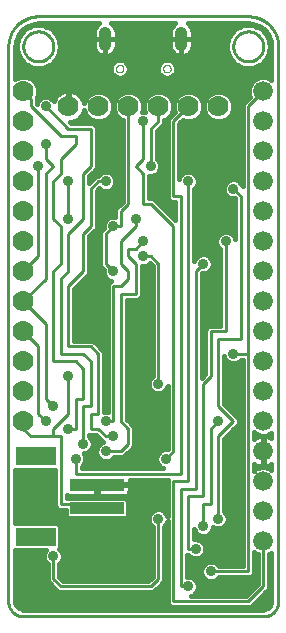
<source format=gbl>
G75*
%MOIN*%
%OFA0B0*%
%FSLAX25Y25*%
%IPPOS*%
%LPD*%
%AMOC8*
5,1,8,0,0,1.08239X$1,22.5*
%
%ADD10C,0.01000*%
%ADD11C,0.07000*%
%ADD12C,0.04000*%
%ADD13C,0.00000*%
%ADD14R,0.18110X0.03937*%
%ADD15R,0.13386X0.06299*%
%ADD16C,0.06600*%
%ADD17C,0.01600*%
%ADD18C,0.03562*%
D10*
X0006800Y0021144D02*
X0086800Y0021144D01*
X0086940Y0021146D01*
X0087080Y0021152D01*
X0087220Y0021162D01*
X0087360Y0021175D01*
X0087499Y0021193D01*
X0087638Y0021215D01*
X0087775Y0021240D01*
X0087913Y0021269D01*
X0088049Y0021302D01*
X0088184Y0021339D01*
X0088318Y0021380D01*
X0088451Y0021425D01*
X0088583Y0021473D01*
X0088713Y0021525D01*
X0088842Y0021580D01*
X0088969Y0021639D01*
X0089095Y0021702D01*
X0089219Y0021768D01*
X0089340Y0021837D01*
X0089460Y0021910D01*
X0089578Y0021987D01*
X0089693Y0022066D01*
X0089807Y0022149D01*
X0089917Y0022235D01*
X0090026Y0022324D01*
X0090132Y0022416D01*
X0090235Y0022511D01*
X0090336Y0022608D01*
X0090433Y0022709D01*
X0090528Y0022812D01*
X0090620Y0022918D01*
X0090709Y0023027D01*
X0090795Y0023137D01*
X0090878Y0023251D01*
X0090957Y0023366D01*
X0091034Y0023484D01*
X0091107Y0023604D01*
X0091176Y0023725D01*
X0091242Y0023849D01*
X0091305Y0023975D01*
X0091364Y0024102D01*
X0091419Y0024231D01*
X0091471Y0024361D01*
X0091519Y0024493D01*
X0091564Y0024626D01*
X0091605Y0024760D01*
X0091642Y0024895D01*
X0091675Y0025031D01*
X0091704Y0025169D01*
X0091729Y0025306D01*
X0091751Y0025445D01*
X0091769Y0025584D01*
X0091782Y0025724D01*
X0091792Y0025864D01*
X0091798Y0026004D01*
X0091800Y0026144D01*
X0091800Y0211144D01*
X0086800Y0196144D02*
X0081800Y0191144D01*
X0081800Y0108644D01*
X0076800Y0108644D01*
X0079300Y0113644D02*
X0079300Y0161144D01*
X0076800Y0163644D01*
X0074300Y0146144D02*
X0074300Y0116144D01*
X0069300Y0116144D01*
X0069300Y0101144D01*
X0066800Y0098644D01*
X0066800Y0061144D01*
X0061800Y0061144D01*
X0061800Y0043644D01*
X0064300Y0043644D01*
X0066800Y0051144D02*
X0066800Y0058644D01*
X0069300Y0058644D01*
X0069300Y0083644D01*
X0071800Y0086144D01*
X0071800Y0081144D02*
X0076800Y0086144D01*
X0071800Y0091144D01*
X0071800Y0113644D01*
X0079300Y0113644D01*
X0081800Y0108644D02*
X0081800Y0036144D01*
X0069300Y0036144D01*
X0061800Y0031144D02*
X0059300Y0031144D01*
X0059300Y0063644D01*
X0064300Y0063644D01*
X0064300Y0136144D01*
X0066800Y0138644D01*
X0059300Y0161144D02*
X0059300Y0068644D01*
X0024300Y0068644D01*
X0024300Y0073644D01*
X0026800Y0078644D02*
X0026800Y0091144D01*
X0029300Y0091144D01*
X0029300Y0106144D01*
X0026800Y0108644D01*
X0019300Y0108644D01*
X0019300Y0133644D01*
X0021800Y0136144D01*
X0021800Y0148644D01*
X0026800Y0153644D01*
X0026800Y0168644D01*
X0029300Y0171144D01*
X0029300Y0183644D01*
X0021800Y0183644D01*
X0014300Y0191144D01*
X0009300Y0191144D02*
X0019300Y0181144D01*
X0024300Y0181144D01*
X0024300Y0178644D01*
X0019300Y0173644D01*
X0019300Y0168644D01*
X0016800Y0166144D01*
X0016800Y0153644D01*
X0019300Y0151144D01*
X0019300Y0138644D01*
X0016800Y0136144D01*
X0016800Y0106144D01*
X0024300Y0106144D01*
X0026800Y0103644D01*
X0026800Y0093644D01*
X0024300Y0093644D01*
X0024300Y0083644D01*
X0021800Y0083644D01*
X0021800Y0088644D02*
X0016800Y0083644D01*
X0016800Y0081144D01*
X0009300Y0081144D01*
X0006800Y0083644D01*
X0006800Y0086144D01*
X0011800Y0088644D02*
X0011800Y0111144D01*
X0006800Y0116144D01*
X0014300Y0118644D02*
X0006800Y0126144D01*
X0014300Y0133644D01*
X0014300Y0168644D01*
X0016800Y0171144D01*
X0014300Y0173644D01*
X0014300Y0178644D01*
X0011800Y0171144D02*
X0011800Y0141144D01*
X0006800Y0136144D01*
X0014300Y0118644D02*
X0014300Y0093644D01*
X0016800Y0091144D01*
X0014300Y0086144D02*
X0011800Y0088644D01*
X0016800Y0081144D02*
X0019300Y0081144D01*
X0019300Y0058644D01*
X0029930Y0058644D01*
X0031367Y0057207D01*
X0034300Y0076144D02*
X0039300Y0076144D01*
X0041800Y0078644D01*
X0041800Y0083644D01*
X0039300Y0086144D01*
X0039300Y0128644D01*
X0044300Y0128644D01*
X0044300Y0138644D01*
X0041800Y0141144D01*
X0041800Y0143644D01*
X0044300Y0143644D01*
X0046800Y0146144D01*
X0046800Y0141144D02*
X0049300Y0141144D01*
X0051800Y0138644D01*
X0051800Y0098644D01*
X0056800Y0076144D02*
X0054300Y0073644D01*
X0056800Y0076144D02*
X0056800Y0151144D01*
X0049300Y0158644D01*
X0046800Y0158644D01*
X0046800Y0168644D01*
X0044300Y0171144D01*
X0046800Y0173644D01*
X0046800Y0186144D01*
X0049300Y0183644D02*
X0049300Y0171144D01*
X0049300Y0183644D02*
X0051800Y0186144D01*
X0051800Y0191144D01*
X0056800Y0186144D02*
X0056800Y0161144D01*
X0059300Y0161144D01*
X0061800Y0166144D02*
X0061800Y0066144D01*
X0056800Y0066144D01*
X0056800Y0026144D01*
X0081800Y0026144D01*
X0086800Y0031144D01*
X0086800Y0046144D01*
X0071800Y0053644D02*
X0071800Y0081144D01*
X0051800Y0053644D02*
X0051800Y0033644D01*
X0049300Y0031144D01*
X0019300Y0031144D01*
X0016800Y0033644D01*
X0016800Y0041144D01*
X0001800Y0026144D02*
X0001802Y0026004D01*
X0001808Y0025864D01*
X0001818Y0025724D01*
X0001831Y0025584D01*
X0001849Y0025445D01*
X0001871Y0025306D01*
X0001896Y0025169D01*
X0001925Y0025031D01*
X0001958Y0024895D01*
X0001995Y0024760D01*
X0002036Y0024626D01*
X0002081Y0024493D01*
X0002129Y0024361D01*
X0002181Y0024231D01*
X0002236Y0024102D01*
X0002295Y0023975D01*
X0002358Y0023849D01*
X0002424Y0023725D01*
X0002493Y0023604D01*
X0002566Y0023484D01*
X0002643Y0023366D01*
X0002722Y0023251D01*
X0002805Y0023137D01*
X0002891Y0023027D01*
X0002980Y0022918D01*
X0003072Y0022812D01*
X0003167Y0022709D01*
X0003264Y0022608D01*
X0003365Y0022511D01*
X0003468Y0022416D01*
X0003574Y0022324D01*
X0003683Y0022235D01*
X0003793Y0022149D01*
X0003907Y0022066D01*
X0004022Y0021987D01*
X0004140Y0021910D01*
X0004260Y0021837D01*
X0004381Y0021768D01*
X0004505Y0021702D01*
X0004631Y0021639D01*
X0004758Y0021580D01*
X0004887Y0021525D01*
X0005017Y0021473D01*
X0005149Y0021425D01*
X0005282Y0021380D01*
X0005416Y0021339D01*
X0005551Y0021302D01*
X0005687Y0021269D01*
X0005825Y0021240D01*
X0005962Y0021215D01*
X0006101Y0021193D01*
X0006240Y0021175D01*
X0006380Y0021162D01*
X0006520Y0021152D01*
X0006660Y0021146D01*
X0006800Y0021144D01*
X0001800Y0026144D02*
X0001800Y0211144D01*
X0006800Y0196144D02*
X0009300Y0193644D01*
X0009300Y0191144D01*
X0006800Y0211144D02*
X0006802Y0211285D01*
X0006808Y0211426D01*
X0006818Y0211566D01*
X0006832Y0211706D01*
X0006850Y0211846D01*
X0006871Y0211985D01*
X0006897Y0212124D01*
X0006926Y0212262D01*
X0006960Y0212398D01*
X0006997Y0212534D01*
X0007038Y0212669D01*
X0007083Y0212803D01*
X0007132Y0212935D01*
X0007184Y0213066D01*
X0007240Y0213195D01*
X0007300Y0213322D01*
X0007363Y0213448D01*
X0007429Y0213572D01*
X0007500Y0213695D01*
X0007573Y0213815D01*
X0007650Y0213933D01*
X0007730Y0214049D01*
X0007814Y0214162D01*
X0007900Y0214273D01*
X0007990Y0214382D01*
X0008083Y0214488D01*
X0008178Y0214591D01*
X0008277Y0214692D01*
X0008378Y0214790D01*
X0008482Y0214885D01*
X0008589Y0214977D01*
X0008698Y0215066D01*
X0008810Y0215151D01*
X0008924Y0215234D01*
X0009040Y0215314D01*
X0009159Y0215390D01*
X0009280Y0215462D01*
X0009402Y0215532D01*
X0009527Y0215597D01*
X0009653Y0215660D01*
X0009781Y0215718D01*
X0009911Y0215773D01*
X0010042Y0215825D01*
X0010175Y0215872D01*
X0010309Y0215916D01*
X0010444Y0215957D01*
X0010580Y0215993D01*
X0010717Y0216025D01*
X0010855Y0216054D01*
X0010993Y0216079D01*
X0011133Y0216099D01*
X0011273Y0216116D01*
X0011413Y0216129D01*
X0011554Y0216138D01*
X0011694Y0216143D01*
X0011835Y0216144D01*
X0011976Y0216141D01*
X0012117Y0216134D01*
X0012257Y0216123D01*
X0012397Y0216108D01*
X0012537Y0216089D01*
X0012676Y0216067D01*
X0012814Y0216040D01*
X0012952Y0216010D01*
X0013088Y0215975D01*
X0013224Y0215937D01*
X0013358Y0215895D01*
X0013492Y0215849D01*
X0013624Y0215800D01*
X0013754Y0215746D01*
X0013883Y0215689D01*
X0014010Y0215629D01*
X0014136Y0215565D01*
X0014259Y0215497D01*
X0014381Y0215426D01*
X0014501Y0215352D01*
X0014618Y0215274D01*
X0014733Y0215193D01*
X0014846Y0215109D01*
X0014957Y0215022D01*
X0015065Y0214931D01*
X0015170Y0214838D01*
X0015273Y0214741D01*
X0015373Y0214642D01*
X0015470Y0214540D01*
X0015564Y0214435D01*
X0015655Y0214328D01*
X0015743Y0214218D01*
X0015828Y0214106D01*
X0015910Y0213991D01*
X0015989Y0213874D01*
X0016064Y0213755D01*
X0016136Y0213634D01*
X0016204Y0213511D01*
X0016269Y0213386D01*
X0016331Y0213259D01*
X0016388Y0213130D01*
X0016443Y0213000D01*
X0016493Y0212869D01*
X0016540Y0212736D01*
X0016583Y0212602D01*
X0016622Y0212466D01*
X0016657Y0212330D01*
X0016689Y0212193D01*
X0016716Y0212055D01*
X0016740Y0211916D01*
X0016760Y0211776D01*
X0016776Y0211636D01*
X0016788Y0211496D01*
X0016796Y0211355D01*
X0016800Y0211214D01*
X0016800Y0211074D01*
X0016796Y0210933D01*
X0016788Y0210792D01*
X0016776Y0210652D01*
X0016760Y0210512D01*
X0016740Y0210372D01*
X0016716Y0210233D01*
X0016689Y0210095D01*
X0016657Y0209958D01*
X0016622Y0209822D01*
X0016583Y0209686D01*
X0016540Y0209552D01*
X0016493Y0209419D01*
X0016443Y0209288D01*
X0016388Y0209158D01*
X0016331Y0209029D01*
X0016269Y0208902D01*
X0016204Y0208777D01*
X0016136Y0208654D01*
X0016064Y0208533D01*
X0015989Y0208414D01*
X0015910Y0208297D01*
X0015828Y0208182D01*
X0015743Y0208070D01*
X0015655Y0207960D01*
X0015564Y0207853D01*
X0015470Y0207748D01*
X0015373Y0207646D01*
X0015273Y0207547D01*
X0015170Y0207450D01*
X0015065Y0207357D01*
X0014957Y0207266D01*
X0014846Y0207179D01*
X0014733Y0207095D01*
X0014618Y0207014D01*
X0014501Y0206936D01*
X0014381Y0206862D01*
X0014259Y0206791D01*
X0014136Y0206723D01*
X0014010Y0206659D01*
X0013883Y0206599D01*
X0013754Y0206542D01*
X0013624Y0206488D01*
X0013492Y0206439D01*
X0013358Y0206393D01*
X0013224Y0206351D01*
X0013088Y0206313D01*
X0012952Y0206278D01*
X0012814Y0206248D01*
X0012676Y0206221D01*
X0012537Y0206199D01*
X0012397Y0206180D01*
X0012257Y0206165D01*
X0012117Y0206154D01*
X0011976Y0206147D01*
X0011835Y0206144D01*
X0011694Y0206145D01*
X0011554Y0206150D01*
X0011413Y0206159D01*
X0011273Y0206172D01*
X0011133Y0206189D01*
X0010993Y0206209D01*
X0010855Y0206234D01*
X0010717Y0206263D01*
X0010580Y0206295D01*
X0010444Y0206331D01*
X0010309Y0206372D01*
X0010175Y0206416D01*
X0010042Y0206463D01*
X0009911Y0206515D01*
X0009781Y0206570D01*
X0009653Y0206628D01*
X0009527Y0206691D01*
X0009402Y0206756D01*
X0009280Y0206826D01*
X0009159Y0206898D01*
X0009040Y0206974D01*
X0008924Y0207054D01*
X0008810Y0207137D01*
X0008698Y0207222D01*
X0008589Y0207311D01*
X0008482Y0207403D01*
X0008378Y0207498D01*
X0008277Y0207596D01*
X0008178Y0207697D01*
X0008083Y0207800D01*
X0007990Y0207906D01*
X0007900Y0208015D01*
X0007814Y0208126D01*
X0007730Y0208239D01*
X0007650Y0208355D01*
X0007573Y0208473D01*
X0007500Y0208593D01*
X0007429Y0208716D01*
X0007363Y0208840D01*
X0007300Y0208966D01*
X0007240Y0209093D01*
X0007184Y0209222D01*
X0007132Y0209353D01*
X0007083Y0209485D01*
X0007038Y0209619D01*
X0006997Y0209754D01*
X0006960Y0209890D01*
X0006926Y0210026D01*
X0006897Y0210164D01*
X0006871Y0210303D01*
X0006850Y0210442D01*
X0006832Y0210582D01*
X0006818Y0210722D01*
X0006808Y0210862D01*
X0006802Y0211003D01*
X0006800Y0211144D01*
X0001800Y0211144D02*
X0001803Y0211386D01*
X0001812Y0211627D01*
X0001826Y0211868D01*
X0001847Y0212109D01*
X0001873Y0212349D01*
X0001905Y0212589D01*
X0001943Y0212828D01*
X0001986Y0213065D01*
X0002036Y0213302D01*
X0002091Y0213537D01*
X0002151Y0213771D01*
X0002218Y0214003D01*
X0002289Y0214234D01*
X0002367Y0214463D01*
X0002450Y0214690D01*
X0002538Y0214915D01*
X0002632Y0215138D01*
X0002731Y0215358D01*
X0002836Y0215576D01*
X0002945Y0215791D01*
X0003060Y0216004D01*
X0003180Y0216214D01*
X0003305Y0216420D01*
X0003435Y0216624D01*
X0003570Y0216825D01*
X0003710Y0217022D01*
X0003854Y0217216D01*
X0004003Y0217406D01*
X0004157Y0217592D01*
X0004315Y0217775D01*
X0004477Y0217954D01*
X0004644Y0218129D01*
X0004815Y0218300D01*
X0004990Y0218467D01*
X0005169Y0218629D01*
X0005352Y0218787D01*
X0005538Y0218941D01*
X0005728Y0219090D01*
X0005922Y0219234D01*
X0006119Y0219374D01*
X0006320Y0219509D01*
X0006524Y0219639D01*
X0006730Y0219764D01*
X0006940Y0219884D01*
X0007153Y0219999D01*
X0007368Y0220108D01*
X0007586Y0220213D01*
X0007806Y0220312D01*
X0008029Y0220406D01*
X0008254Y0220494D01*
X0008481Y0220577D01*
X0008710Y0220655D01*
X0008941Y0220726D01*
X0009173Y0220793D01*
X0009407Y0220853D01*
X0009642Y0220908D01*
X0009879Y0220958D01*
X0010116Y0221001D01*
X0010355Y0221039D01*
X0010595Y0221071D01*
X0010835Y0221097D01*
X0011076Y0221118D01*
X0011317Y0221132D01*
X0011558Y0221141D01*
X0011800Y0221144D01*
X0081800Y0221144D01*
X0076800Y0211144D02*
X0076802Y0211285D01*
X0076808Y0211426D01*
X0076818Y0211566D01*
X0076832Y0211706D01*
X0076850Y0211846D01*
X0076871Y0211985D01*
X0076897Y0212124D01*
X0076926Y0212262D01*
X0076960Y0212398D01*
X0076997Y0212534D01*
X0077038Y0212669D01*
X0077083Y0212803D01*
X0077132Y0212935D01*
X0077184Y0213066D01*
X0077240Y0213195D01*
X0077300Y0213322D01*
X0077363Y0213448D01*
X0077429Y0213572D01*
X0077500Y0213695D01*
X0077573Y0213815D01*
X0077650Y0213933D01*
X0077730Y0214049D01*
X0077814Y0214162D01*
X0077900Y0214273D01*
X0077990Y0214382D01*
X0078083Y0214488D01*
X0078178Y0214591D01*
X0078277Y0214692D01*
X0078378Y0214790D01*
X0078482Y0214885D01*
X0078589Y0214977D01*
X0078698Y0215066D01*
X0078810Y0215151D01*
X0078924Y0215234D01*
X0079040Y0215314D01*
X0079159Y0215390D01*
X0079280Y0215462D01*
X0079402Y0215532D01*
X0079527Y0215597D01*
X0079653Y0215660D01*
X0079781Y0215718D01*
X0079911Y0215773D01*
X0080042Y0215825D01*
X0080175Y0215872D01*
X0080309Y0215916D01*
X0080444Y0215957D01*
X0080580Y0215993D01*
X0080717Y0216025D01*
X0080855Y0216054D01*
X0080993Y0216079D01*
X0081133Y0216099D01*
X0081273Y0216116D01*
X0081413Y0216129D01*
X0081554Y0216138D01*
X0081694Y0216143D01*
X0081835Y0216144D01*
X0081976Y0216141D01*
X0082117Y0216134D01*
X0082257Y0216123D01*
X0082397Y0216108D01*
X0082537Y0216089D01*
X0082676Y0216067D01*
X0082814Y0216040D01*
X0082952Y0216010D01*
X0083088Y0215975D01*
X0083224Y0215937D01*
X0083358Y0215895D01*
X0083492Y0215849D01*
X0083624Y0215800D01*
X0083754Y0215746D01*
X0083883Y0215689D01*
X0084010Y0215629D01*
X0084136Y0215565D01*
X0084259Y0215497D01*
X0084381Y0215426D01*
X0084501Y0215352D01*
X0084618Y0215274D01*
X0084733Y0215193D01*
X0084846Y0215109D01*
X0084957Y0215022D01*
X0085065Y0214931D01*
X0085170Y0214838D01*
X0085273Y0214741D01*
X0085373Y0214642D01*
X0085470Y0214540D01*
X0085564Y0214435D01*
X0085655Y0214328D01*
X0085743Y0214218D01*
X0085828Y0214106D01*
X0085910Y0213991D01*
X0085989Y0213874D01*
X0086064Y0213755D01*
X0086136Y0213634D01*
X0086204Y0213511D01*
X0086269Y0213386D01*
X0086331Y0213259D01*
X0086388Y0213130D01*
X0086443Y0213000D01*
X0086493Y0212869D01*
X0086540Y0212736D01*
X0086583Y0212602D01*
X0086622Y0212466D01*
X0086657Y0212330D01*
X0086689Y0212193D01*
X0086716Y0212055D01*
X0086740Y0211916D01*
X0086760Y0211776D01*
X0086776Y0211636D01*
X0086788Y0211496D01*
X0086796Y0211355D01*
X0086800Y0211214D01*
X0086800Y0211074D01*
X0086796Y0210933D01*
X0086788Y0210792D01*
X0086776Y0210652D01*
X0086760Y0210512D01*
X0086740Y0210372D01*
X0086716Y0210233D01*
X0086689Y0210095D01*
X0086657Y0209958D01*
X0086622Y0209822D01*
X0086583Y0209686D01*
X0086540Y0209552D01*
X0086493Y0209419D01*
X0086443Y0209288D01*
X0086388Y0209158D01*
X0086331Y0209029D01*
X0086269Y0208902D01*
X0086204Y0208777D01*
X0086136Y0208654D01*
X0086064Y0208533D01*
X0085989Y0208414D01*
X0085910Y0208297D01*
X0085828Y0208182D01*
X0085743Y0208070D01*
X0085655Y0207960D01*
X0085564Y0207853D01*
X0085470Y0207748D01*
X0085373Y0207646D01*
X0085273Y0207547D01*
X0085170Y0207450D01*
X0085065Y0207357D01*
X0084957Y0207266D01*
X0084846Y0207179D01*
X0084733Y0207095D01*
X0084618Y0207014D01*
X0084501Y0206936D01*
X0084381Y0206862D01*
X0084259Y0206791D01*
X0084136Y0206723D01*
X0084010Y0206659D01*
X0083883Y0206599D01*
X0083754Y0206542D01*
X0083624Y0206488D01*
X0083492Y0206439D01*
X0083358Y0206393D01*
X0083224Y0206351D01*
X0083088Y0206313D01*
X0082952Y0206278D01*
X0082814Y0206248D01*
X0082676Y0206221D01*
X0082537Y0206199D01*
X0082397Y0206180D01*
X0082257Y0206165D01*
X0082117Y0206154D01*
X0081976Y0206147D01*
X0081835Y0206144D01*
X0081694Y0206145D01*
X0081554Y0206150D01*
X0081413Y0206159D01*
X0081273Y0206172D01*
X0081133Y0206189D01*
X0080993Y0206209D01*
X0080855Y0206234D01*
X0080717Y0206263D01*
X0080580Y0206295D01*
X0080444Y0206331D01*
X0080309Y0206372D01*
X0080175Y0206416D01*
X0080042Y0206463D01*
X0079911Y0206515D01*
X0079781Y0206570D01*
X0079653Y0206628D01*
X0079527Y0206691D01*
X0079402Y0206756D01*
X0079280Y0206826D01*
X0079159Y0206898D01*
X0079040Y0206974D01*
X0078924Y0207054D01*
X0078810Y0207137D01*
X0078698Y0207222D01*
X0078589Y0207311D01*
X0078482Y0207403D01*
X0078378Y0207498D01*
X0078277Y0207596D01*
X0078178Y0207697D01*
X0078083Y0207800D01*
X0077990Y0207906D01*
X0077900Y0208015D01*
X0077814Y0208126D01*
X0077730Y0208239D01*
X0077650Y0208355D01*
X0077573Y0208473D01*
X0077500Y0208593D01*
X0077429Y0208716D01*
X0077363Y0208840D01*
X0077300Y0208966D01*
X0077240Y0209093D01*
X0077184Y0209222D01*
X0077132Y0209353D01*
X0077083Y0209485D01*
X0077038Y0209619D01*
X0076997Y0209754D01*
X0076960Y0209890D01*
X0076926Y0210026D01*
X0076897Y0210164D01*
X0076871Y0210303D01*
X0076850Y0210442D01*
X0076832Y0210582D01*
X0076818Y0210722D01*
X0076808Y0210862D01*
X0076802Y0211003D01*
X0076800Y0211144D01*
X0081800Y0221144D02*
X0082042Y0221141D01*
X0082283Y0221132D01*
X0082524Y0221118D01*
X0082765Y0221097D01*
X0083005Y0221071D01*
X0083245Y0221039D01*
X0083484Y0221001D01*
X0083721Y0220958D01*
X0083958Y0220908D01*
X0084193Y0220853D01*
X0084427Y0220793D01*
X0084659Y0220726D01*
X0084890Y0220655D01*
X0085119Y0220577D01*
X0085346Y0220494D01*
X0085571Y0220406D01*
X0085794Y0220312D01*
X0086014Y0220213D01*
X0086232Y0220108D01*
X0086447Y0219999D01*
X0086660Y0219884D01*
X0086870Y0219764D01*
X0087076Y0219639D01*
X0087280Y0219509D01*
X0087481Y0219374D01*
X0087678Y0219234D01*
X0087872Y0219090D01*
X0088062Y0218941D01*
X0088248Y0218787D01*
X0088431Y0218629D01*
X0088610Y0218467D01*
X0088785Y0218300D01*
X0088956Y0218129D01*
X0089123Y0217954D01*
X0089285Y0217775D01*
X0089443Y0217592D01*
X0089597Y0217406D01*
X0089746Y0217216D01*
X0089890Y0217022D01*
X0090030Y0216825D01*
X0090165Y0216624D01*
X0090295Y0216420D01*
X0090420Y0216214D01*
X0090540Y0216004D01*
X0090655Y0215791D01*
X0090764Y0215576D01*
X0090869Y0215358D01*
X0090968Y0215138D01*
X0091062Y0214915D01*
X0091150Y0214690D01*
X0091233Y0214463D01*
X0091311Y0214234D01*
X0091382Y0214003D01*
X0091449Y0213771D01*
X0091509Y0213537D01*
X0091564Y0213302D01*
X0091614Y0213065D01*
X0091657Y0212828D01*
X0091695Y0212589D01*
X0091727Y0212349D01*
X0091753Y0212109D01*
X0091774Y0211868D01*
X0091788Y0211627D01*
X0091797Y0211386D01*
X0091800Y0211144D01*
X0061800Y0191144D02*
X0056800Y0186144D01*
X0044300Y0153644D02*
X0044300Y0151144D01*
X0039300Y0146144D01*
X0039300Y0138644D01*
X0041800Y0136144D01*
X0041800Y0133644D01*
X0039300Y0131144D01*
X0036800Y0131144D01*
X0036800Y0086144D01*
X0034300Y0086144D01*
X0031800Y0083644D02*
X0034300Y0081144D01*
X0036800Y0081144D01*
X0031800Y0083644D02*
X0029300Y0083644D01*
X0029300Y0088644D01*
X0031800Y0088644D01*
X0031800Y0108644D01*
X0029300Y0111144D01*
X0021800Y0111144D01*
X0021800Y0131144D01*
X0026800Y0136144D01*
X0026800Y0148644D01*
X0029300Y0151144D01*
X0029300Y0163644D01*
X0031800Y0166144D01*
X0034300Y0166144D01*
X0041800Y0158644D02*
X0039300Y0156144D01*
X0039300Y0151144D01*
X0036800Y0151144D01*
X0034300Y0148644D01*
X0034300Y0138644D01*
X0036800Y0136144D01*
X0041800Y0158644D02*
X0041800Y0191144D01*
X0021800Y0166144D02*
X0021800Y0153644D01*
X0021800Y0101144D02*
X0021800Y0088644D01*
D11*
X0006800Y0086144D03*
X0006800Y0096144D03*
X0006800Y0106144D03*
X0006800Y0116144D03*
X0006800Y0126144D03*
X0006800Y0136144D03*
X0006800Y0146144D03*
X0006800Y0156144D03*
X0006800Y0166144D03*
X0006800Y0176144D03*
X0006800Y0186144D03*
X0006800Y0196144D03*
X0021800Y0191144D03*
X0031800Y0191144D03*
X0041800Y0191144D03*
X0051800Y0191144D03*
X0061800Y0191144D03*
X0071800Y0191144D03*
D12*
X0059500Y0211644D02*
X0059500Y0215644D01*
X0034100Y0215644D02*
X0034100Y0211644D01*
D13*
X0037676Y0203703D02*
X0037678Y0203773D01*
X0037684Y0203843D01*
X0037694Y0203912D01*
X0037707Y0203981D01*
X0037725Y0204049D01*
X0037746Y0204116D01*
X0037771Y0204181D01*
X0037800Y0204245D01*
X0037832Y0204308D01*
X0037868Y0204368D01*
X0037907Y0204426D01*
X0037949Y0204482D01*
X0037994Y0204536D01*
X0038042Y0204587D01*
X0038093Y0204635D01*
X0038147Y0204680D01*
X0038203Y0204722D01*
X0038261Y0204761D01*
X0038321Y0204797D01*
X0038384Y0204829D01*
X0038448Y0204858D01*
X0038513Y0204883D01*
X0038580Y0204904D01*
X0038648Y0204922D01*
X0038717Y0204935D01*
X0038786Y0204945D01*
X0038856Y0204951D01*
X0038926Y0204953D01*
X0038996Y0204951D01*
X0039066Y0204945D01*
X0039135Y0204935D01*
X0039204Y0204922D01*
X0039272Y0204904D01*
X0039339Y0204883D01*
X0039404Y0204858D01*
X0039468Y0204829D01*
X0039531Y0204797D01*
X0039591Y0204761D01*
X0039649Y0204722D01*
X0039705Y0204680D01*
X0039759Y0204635D01*
X0039810Y0204587D01*
X0039858Y0204536D01*
X0039903Y0204482D01*
X0039945Y0204426D01*
X0039984Y0204368D01*
X0040020Y0204308D01*
X0040052Y0204245D01*
X0040081Y0204181D01*
X0040106Y0204116D01*
X0040127Y0204049D01*
X0040145Y0203981D01*
X0040158Y0203912D01*
X0040168Y0203843D01*
X0040174Y0203773D01*
X0040176Y0203703D01*
X0040174Y0203633D01*
X0040168Y0203563D01*
X0040158Y0203494D01*
X0040145Y0203425D01*
X0040127Y0203357D01*
X0040106Y0203290D01*
X0040081Y0203225D01*
X0040052Y0203161D01*
X0040020Y0203098D01*
X0039984Y0203038D01*
X0039945Y0202980D01*
X0039903Y0202924D01*
X0039858Y0202870D01*
X0039810Y0202819D01*
X0039759Y0202771D01*
X0039705Y0202726D01*
X0039649Y0202684D01*
X0039591Y0202645D01*
X0039531Y0202609D01*
X0039468Y0202577D01*
X0039404Y0202548D01*
X0039339Y0202523D01*
X0039272Y0202502D01*
X0039204Y0202484D01*
X0039135Y0202471D01*
X0039066Y0202461D01*
X0038996Y0202455D01*
X0038926Y0202453D01*
X0038856Y0202455D01*
X0038786Y0202461D01*
X0038717Y0202471D01*
X0038648Y0202484D01*
X0038580Y0202502D01*
X0038513Y0202523D01*
X0038448Y0202548D01*
X0038384Y0202577D01*
X0038321Y0202609D01*
X0038261Y0202645D01*
X0038203Y0202684D01*
X0038147Y0202726D01*
X0038093Y0202771D01*
X0038042Y0202819D01*
X0037994Y0202870D01*
X0037949Y0202924D01*
X0037907Y0202980D01*
X0037868Y0203038D01*
X0037832Y0203098D01*
X0037800Y0203161D01*
X0037771Y0203225D01*
X0037746Y0203290D01*
X0037725Y0203357D01*
X0037707Y0203425D01*
X0037694Y0203494D01*
X0037684Y0203563D01*
X0037678Y0203633D01*
X0037676Y0203703D01*
X0053424Y0203703D02*
X0053426Y0203773D01*
X0053432Y0203843D01*
X0053442Y0203912D01*
X0053455Y0203981D01*
X0053473Y0204049D01*
X0053494Y0204116D01*
X0053519Y0204181D01*
X0053548Y0204245D01*
X0053580Y0204308D01*
X0053616Y0204368D01*
X0053655Y0204426D01*
X0053697Y0204482D01*
X0053742Y0204536D01*
X0053790Y0204587D01*
X0053841Y0204635D01*
X0053895Y0204680D01*
X0053951Y0204722D01*
X0054009Y0204761D01*
X0054069Y0204797D01*
X0054132Y0204829D01*
X0054196Y0204858D01*
X0054261Y0204883D01*
X0054328Y0204904D01*
X0054396Y0204922D01*
X0054465Y0204935D01*
X0054534Y0204945D01*
X0054604Y0204951D01*
X0054674Y0204953D01*
X0054744Y0204951D01*
X0054814Y0204945D01*
X0054883Y0204935D01*
X0054952Y0204922D01*
X0055020Y0204904D01*
X0055087Y0204883D01*
X0055152Y0204858D01*
X0055216Y0204829D01*
X0055279Y0204797D01*
X0055339Y0204761D01*
X0055397Y0204722D01*
X0055453Y0204680D01*
X0055507Y0204635D01*
X0055558Y0204587D01*
X0055606Y0204536D01*
X0055651Y0204482D01*
X0055693Y0204426D01*
X0055732Y0204368D01*
X0055768Y0204308D01*
X0055800Y0204245D01*
X0055829Y0204181D01*
X0055854Y0204116D01*
X0055875Y0204049D01*
X0055893Y0203981D01*
X0055906Y0203912D01*
X0055916Y0203843D01*
X0055922Y0203773D01*
X0055924Y0203703D01*
X0055922Y0203633D01*
X0055916Y0203563D01*
X0055906Y0203494D01*
X0055893Y0203425D01*
X0055875Y0203357D01*
X0055854Y0203290D01*
X0055829Y0203225D01*
X0055800Y0203161D01*
X0055768Y0203098D01*
X0055732Y0203038D01*
X0055693Y0202980D01*
X0055651Y0202924D01*
X0055606Y0202870D01*
X0055558Y0202819D01*
X0055507Y0202771D01*
X0055453Y0202726D01*
X0055397Y0202684D01*
X0055339Y0202645D01*
X0055279Y0202609D01*
X0055216Y0202577D01*
X0055152Y0202548D01*
X0055087Y0202523D01*
X0055020Y0202502D01*
X0054952Y0202484D01*
X0054883Y0202471D01*
X0054814Y0202461D01*
X0054744Y0202455D01*
X0054674Y0202453D01*
X0054604Y0202455D01*
X0054534Y0202461D01*
X0054465Y0202471D01*
X0054396Y0202484D01*
X0054328Y0202502D01*
X0054261Y0202523D01*
X0054196Y0202548D01*
X0054132Y0202577D01*
X0054069Y0202609D01*
X0054009Y0202645D01*
X0053951Y0202684D01*
X0053895Y0202726D01*
X0053841Y0202771D01*
X0053790Y0202819D01*
X0053742Y0202870D01*
X0053697Y0202924D01*
X0053655Y0202980D01*
X0053616Y0203038D01*
X0053580Y0203098D01*
X0053548Y0203161D01*
X0053519Y0203225D01*
X0053494Y0203290D01*
X0053473Y0203357D01*
X0053455Y0203425D01*
X0053442Y0203494D01*
X0053432Y0203563D01*
X0053426Y0203633D01*
X0053424Y0203703D01*
D14*
X0031367Y0065081D03*
X0031367Y0057207D03*
D15*
X0010894Y0047758D03*
X0010894Y0074530D03*
D16*
X0086800Y0076144D03*
X0086800Y0086144D03*
X0086800Y0096144D03*
X0086800Y0106144D03*
X0086800Y0116144D03*
X0086800Y0126144D03*
X0086800Y0136144D03*
X0086800Y0146144D03*
X0086800Y0156144D03*
X0086800Y0166144D03*
X0086800Y0176144D03*
X0086800Y0186144D03*
X0086800Y0196144D03*
X0086800Y0066144D03*
X0086800Y0056144D03*
X0086800Y0046144D03*
D17*
X0084900Y0041844D02*
X0084900Y0031931D01*
X0081013Y0028044D01*
X0062629Y0028044D01*
X0063602Y0028447D01*
X0064497Y0029342D01*
X0064981Y0030511D01*
X0064981Y0031777D01*
X0064497Y0032946D01*
X0063602Y0033841D01*
X0062433Y0034325D01*
X0061200Y0034325D01*
X0061200Y0041744D01*
X0061701Y0041744D01*
X0062498Y0040947D01*
X0063667Y0040463D01*
X0064933Y0040463D01*
X0066102Y0040947D01*
X0066997Y0041842D01*
X0067481Y0043011D01*
X0067481Y0044277D01*
X0066997Y0045446D01*
X0066102Y0046341D01*
X0064933Y0046825D01*
X0063700Y0046825D01*
X0063700Y0050316D01*
X0064103Y0049342D01*
X0064998Y0048447D01*
X0066167Y0047963D01*
X0067433Y0047963D01*
X0068602Y0048447D01*
X0069497Y0049342D01*
X0069981Y0050511D01*
X0069981Y0050964D01*
X0069998Y0050947D01*
X0071167Y0050463D01*
X0072433Y0050463D01*
X0073602Y0050947D01*
X0074497Y0051842D01*
X0074981Y0053011D01*
X0074981Y0054277D01*
X0074497Y0055446D01*
X0073700Y0056243D01*
X0073700Y0080357D01*
X0077587Y0084244D01*
X0078700Y0085357D01*
X0078700Y0086931D01*
X0073700Y0091931D01*
X0073700Y0107816D01*
X0074103Y0106842D01*
X0074998Y0105947D01*
X0076167Y0105463D01*
X0077433Y0105463D01*
X0078602Y0105947D01*
X0079399Y0106744D01*
X0079900Y0106744D01*
X0079900Y0038044D01*
X0071899Y0038044D01*
X0071102Y0038841D01*
X0069933Y0039325D01*
X0068667Y0039325D01*
X0067498Y0038841D01*
X0066603Y0037946D01*
X0066119Y0036777D01*
X0066119Y0035511D01*
X0066603Y0034342D01*
X0067498Y0033447D01*
X0068667Y0032963D01*
X0069933Y0032963D01*
X0071102Y0033447D01*
X0071899Y0034244D01*
X0082587Y0034244D01*
X0083700Y0035357D01*
X0083700Y0042597D01*
X0084138Y0042160D01*
X0084900Y0041844D01*
X0084705Y0041925D02*
X0083700Y0041925D01*
X0083700Y0040326D02*
X0084900Y0040326D01*
X0084900Y0038728D02*
X0083700Y0038728D01*
X0083700Y0037129D02*
X0084900Y0037129D01*
X0084900Y0035531D02*
X0083700Y0035531D01*
X0084900Y0033932D02*
X0071587Y0033932D01*
X0071215Y0038728D02*
X0079900Y0038728D01*
X0079900Y0040326D02*
X0061200Y0040326D01*
X0061200Y0038728D02*
X0067385Y0038728D01*
X0066265Y0037129D02*
X0061200Y0037129D01*
X0061200Y0035531D02*
X0066119Y0035531D01*
X0067013Y0033932D02*
X0063382Y0033932D01*
X0064750Y0032334D02*
X0084900Y0032334D01*
X0083704Y0030735D02*
X0064981Y0030735D01*
X0064291Y0029137D02*
X0082106Y0029137D01*
X0082684Y0024341D02*
X0088742Y0024341D01*
X0089045Y0024644D02*
X0088300Y0023899D01*
X0087327Y0023496D01*
X0086800Y0023444D01*
X0006800Y0023444D01*
X0006273Y0023496D01*
X0005300Y0023899D01*
X0004555Y0024644D01*
X0004152Y0025617D01*
X0004100Y0026144D01*
X0004100Y0043209D01*
X0014366Y0043209D01*
X0014103Y0042946D01*
X0013619Y0041777D01*
X0013619Y0040511D01*
X0014103Y0039342D01*
X0014900Y0038545D01*
X0014900Y0032857D01*
X0017400Y0030357D01*
X0018513Y0029244D01*
X0050087Y0029244D01*
X0052587Y0031744D01*
X0053700Y0032857D01*
X0053700Y0051045D01*
X0054497Y0051842D01*
X0054900Y0052816D01*
X0054900Y0025357D01*
X0056013Y0024244D01*
X0082587Y0024244D01*
X0088700Y0030357D01*
X0088700Y0031931D01*
X0088700Y0041844D01*
X0089462Y0042160D01*
X0089500Y0042197D01*
X0089500Y0026144D01*
X0089448Y0025617D01*
X0089045Y0024644D01*
X0089480Y0025940D02*
X0084283Y0025940D01*
X0085881Y0027538D02*
X0089500Y0027538D01*
X0089500Y0029137D02*
X0087480Y0029137D01*
X0088700Y0030735D02*
X0089500Y0030735D01*
X0089500Y0032334D02*
X0088700Y0032334D01*
X0088700Y0033932D02*
X0089500Y0033932D01*
X0089500Y0035531D02*
X0088700Y0035531D01*
X0088700Y0037129D02*
X0089500Y0037129D01*
X0089500Y0038728D02*
X0088700Y0038728D01*
X0088700Y0040326D02*
X0089500Y0040326D01*
X0089500Y0041925D02*
X0088895Y0041925D01*
X0079900Y0041925D02*
X0067031Y0041925D01*
X0067481Y0043523D02*
X0079900Y0043523D01*
X0079900Y0045122D02*
X0067131Y0045122D01*
X0065186Y0046720D02*
X0079900Y0046720D01*
X0079900Y0048319D02*
X0068292Y0048319D01*
X0069735Y0049917D02*
X0079900Y0049917D01*
X0079900Y0051516D02*
X0074170Y0051516D01*
X0074981Y0053114D02*
X0079900Y0053114D01*
X0079900Y0054713D02*
X0074801Y0054713D01*
X0073700Y0056311D02*
X0079900Y0056311D01*
X0079900Y0057910D02*
X0073700Y0057910D01*
X0073700Y0059508D02*
X0079900Y0059508D01*
X0079900Y0061107D02*
X0073700Y0061107D01*
X0073700Y0062705D02*
X0079900Y0062705D01*
X0079900Y0064304D02*
X0073700Y0064304D01*
X0073700Y0065902D02*
X0079900Y0065902D01*
X0079900Y0067501D02*
X0073700Y0067501D01*
X0073700Y0069099D02*
X0079900Y0069099D01*
X0079900Y0070698D02*
X0073700Y0070698D01*
X0073700Y0072296D02*
X0079900Y0072296D01*
X0079900Y0073895D02*
X0073700Y0073895D01*
X0073700Y0075493D02*
X0079900Y0075493D01*
X0079900Y0077092D02*
X0073700Y0077092D01*
X0073700Y0078691D02*
X0079900Y0078691D01*
X0079900Y0080289D02*
X0073700Y0080289D01*
X0075230Y0081888D02*
X0079900Y0081888D01*
X0079900Y0083486D02*
X0076829Y0083486D01*
X0078427Y0085085D02*
X0079900Y0085085D01*
X0079900Y0086683D02*
X0078700Y0086683D01*
X0079900Y0088282D02*
X0077350Y0088282D01*
X0075751Y0089880D02*
X0079900Y0089880D01*
X0079900Y0091479D02*
X0074152Y0091479D01*
X0073700Y0093077D02*
X0079900Y0093077D01*
X0079900Y0094676D02*
X0073700Y0094676D01*
X0073700Y0096274D02*
X0079900Y0096274D01*
X0079900Y0097873D02*
X0073700Y0097873D01*
X0073700Y0099471D02*
X0079900Y0099471D01*
X0079900Y0101070D02*
X0073700Y0101070D01*
X0073700Y0102668D02*
X0079900Y0102668D01*
X0079900Y0104267D02*
X0073700Y0104267D01*
X0073700Y0105865D02*
X0075196Y0105865D01*
X0073846Y0107464D02*
X0073700Y0107464D01*
X0078404Y0105865D02*
X0079900Y0105865D01*
X0072400Y0118044D02*
X0068513Y0118044D01*
X0067400Y0116931D01*
X0067400Y0101931D01*
X0066200Y0100731D01*
X0066200Y0135357D01*
X0066306Y0135463D01*
X0067433Y0135463D01*
X0068602Y0135947D01*
X0069497Y0136842D01*
X0069981Y0138011D01*
X0069981Y0139277D01*
X0069497Y0140446D01*
X0068602Y0141341D01*
X0067433Y0141825D01*
X0066167Y0141825D01*
X0064998Y0141341D01*
X0064103Y0140446D01*
X0063700Y0139473D01*
X0063700Y0163545D01*
X0064497Y0164342D01*
X0064981Y0165511D01*
X0064981Y0166777D01*
X0064497Y0167946D01*
X0063602Y0168841D01*
X0062433Y0169325D01*
X0061167Y0169325D01*
X0059998Y0168841D01*
X0059103Y0167946D01*
X0058700Y0166973D01*
X0058700Y0185357D01*
X0059950Y0186607D01*
X0060825Y0186244D01*
X0062775Y0186244D01*
X0064576Y0186990D01*
X0065954Y0188368D01*
X0066700Y0190169D01*
X0066700Y0192119D01*
X0065954Y0193920D01*
X0064576Y0195298D01*
X0062775Y0196044D01*
X0060825Y0196044D01*
X0059024Y0195298D01*
X0057646Y0193920D01*
X0056900Y0192119D01*
X0056900Y0190169D01*
X0057263Y0189294D01*
X0056013Y0188044D01*
X0054900Y0186931D01*
X0054900Y0160357D01*
X0056013Y0159244D01*
X0057400Y0159244D01*
X0057400Y0153231D01*
X0050087Y0160544D01*
X0048700Y0160544D01*
X0048700Y0167963D01*
X0049933Y0167963D01*
X0051102Y0168447D01*
X0051997Y0169342D01*
X0052481Y0170511D01*
X0052481Y0171777D01*
X0051997Y0172946D01*
X0051200Y0173743D01*
X0051200Y0182857D01*
X0053700Y0185357D01*
X0053700Y0186627D01*
X0054576Y0186990D01*
X0055954Y0188368D01*
X0056700Y0190169D01*
X0056700Y0192119D01*
X0055954Y0193920D01*
X0054576Y0195298D01*
X0052775Y0196044D01*
X0050825Y0196044D01*
X0049024Y0195298D01*
X0047646Y0193920D01*
X0046900Y0192119D01*
X0046900Y0190169D01*
X0047250Y0189325D01*
X0046350Y0189325D01*
X0046700Y0190169D01*
X0046700Y0192119D01*
X0045954Y0193920D01*
X0044576Y0195298D01*
X0042775Y0196044D01*
X0040825Y0196044D01*
X0039024Y0195298D01*
X0037646Y0193920D01*
X0036900Y0192119D01*
X0036900Y0190169D01*
X0037646Y0188368D01*
X0039024Y0186990D01*
X0039900Y0186627D01*
X0039900Y0159431D01*
X0037400Y0156931D01*
X0037400Y0154325D01*
X0036167Y0154325D01*
X0034998Y0153841D01*
X0034103Y0152946D01*
X0033619Y0151777D01*
X0033619Y0150650D01*
X0032400Y0149431D01*
X0032400Y0137857D01*
X0033619Y0136638D01*
X0033619Y0135511D01*
X0034103Y0134342D01*
X0034998Y0133447D01*
X0036001Y0133032D01*
X0034900Y0131931D01*
X0034900Y0089325D01*
X0033700Y0089325D01*
X0033700Y0109431D01*
X0031200Y0111931D01*
X0030087Y0113044D01*
X0023700Y0113044D01*
X0023700Y0130357D01*
X0027587Y0134244D01*
X0028700Y0135357D01*
X0028700Y0147857D01*
X0030087Y0149244D01*
X0031200Y0150357D01*
X0031200Y0162857D01*
X0032144Y0163801D01*
X0032498Y0163447D01*
X0033667Y0162963D01*
X0034933Y0162963D01*
X0036102Y0163447D01*
X0036997Y0164342D01*
X0037481Y0165511D01*
X0037481Y0166777D01*
X0036997Y0167946D01*
X0036102Y0168841D01*
X0034933Y0169325D01*
X0033667Y0169325D01*
X0032498Y0168841D01*
X0031701Y0168044D01*
X0031013Y0168044D01*
X0029900Y0166931D01*
X0028700Y0165731D01*
X0028700Y0167857D01*
X0031200Y0170357D01*
X0031200Y0184431D01*
X0030087Y0185544D01*
X0022587Y0185544D01*
X0022277Y0185854D01*
X0023041Y0185975D01*
X0023834Y0186232D01*
X0024578Y0186611D01*
X0025253Y0187101D01*
X0025843Y0187691D01*
X0026333Y0188366D01*
X0026712Y0189110D01*
X0026969Y0189903D01*
X0026981Y0189974D01*
X0027646Y0188368D01*
X0029024Y0186990D01*
X0030825Y0186244D01*
X0032775Y0186244D01*
X0034576Y0186990D01*
X0035954Y0188368D01*
X0036700Y0190169D01*
X0036700Y0192119D01*
X0035954Y0193920D01*
X0034576Y0195298D01*
X0032775Y0196044D01*
X0030825Y0196044D01*
X0029024Y0195298D01*
X0027646Y0193920D01*
X0026981Y0192314D01*
X0026969Y0192385D01*
X0026712Y0193179D01*
X0026333Y0193922D01*
X0025843Y0194597D01*
X0025253Y0195187D01*
X0024578Y0195677D01*
X0023834Y0196056D01*
X0023041Y0196314D01*
X0022217Y0196444D01*
X0021984Y0196444D01*
X0021984Y0191328D01*
X0021616Y0191328D01*
X0021616Y0196444D01*
X0021383Y0196444D01*
X0020559Y0196314D01*
X0019766Y0196056D01*
X0019022Y0195677D01*
X0018347Y0195187D01*
X0017757Y0194597D01*
X0017267Y0193922D01*
X0016888Y0193179D01*
X0016858Y0193085D01*
X0016102Y0193841D01*
X0014933Y0194325D01*
X0013667Y0194325D01*
X0012498Y0193841D01*
X0011603Y0192946D01*
X0011200Y0191973D01*
X0011200Y0193962D01*
X0011700Y0195169D01*
X0011700Y0197119D01*
X0010954Y0198920D01*
X0009576Y0200298D01*
X0007775Y0201044D01*
X0005825Y0201044D01*
X0004100Y0200329D01*
X0004100Y0211144D01*
X0004195Y0212349D01*
X0004939Y0214640D01*
X0006355Y0216589D01*
X0008304Y0218005D01*
X0010595Y0218749D01*
X0011800Y0218844D01*
X0032049Y0218844D01*
X0031678Y0218596D01*
X0031148Y0218066D01*
X0030732Y0217444D01*
X0030446Y0216753D01*
X0030300Y0216018D01*
X0030300Y0213644D01*
X0030300Y0211270D01*
X0030446Y0210536D01*
X0030732Y0209844D01*
X0031148Y0209222D01*
X0031678Y0208692D01*
X0032300Y0208277D01*
X0032992Y0207990D01*
X0033726Y0207844D01*
X0034100Y0207844D01*
X0034474Y0207844D01*
X0035208Y0207990D01*
X0035900Y0208277D01*
X0036522Y0208692D01*
X0037052Y0209222D01*
X0037468Y0209844D01*
X0037754Y0210536D01*
X0037900Y0211270D01*
X0037900Y0213644D01*
X0034100Y0213644D01*
X0034100Y0207844D01*
X0034100Y0213644D01*
X0034100Y0213644D01*
X0034100Y0213644D01*
X0030300Y0213644D01*
X0034100Y0213644D01*
X0034100Y0213644D01*
X0037900Y0213644D01*
X0037900Y0216018D01*
X0037754Y0216753D01*
X0037468Y0217444D01*
X0037052Y0218066D01*
X0036522Y0218596D01*
X0036151Y0218844D01*
X0057449Y0218844D01*
X0057078Y0218596D01*
X0056548Y0218066D01*
X0056132Y0217444D01*
X0055846Y0216753D01*
X0055700Y0216018D01*
X0055700Y0213644D01*
X0055700Y0211270D01*
X0055846Y0210536D01*
X0056132Y0209844D01*
X0056548Y0209222D01*
X0057078Y0208692D01*
X0057700Y0208277D01*
X0058392Y0207990D01*
X0059126Y0207844D01*
X0059500Y0207844D01*
X0059874Y0207844D01*
X0060608Y0207990D01*
X0061300Y0208277D01*
X0061922Y0208692D01*
X0062452Y0209222D01*
X0062868Y0209844D01*
X0063154Y0210536D01*
X0063300Y0211270D01*
X0063300Y0213644D01*
X0059500Y0213644D01*
X0059500Y0207844D01*
X0059500Y0213644D01*
X0059500Y0213644D01*
X0059500Y0213644D01*
X0055700Y0213644D01*
X0059500Y0213644D01*
X0059500Y0213644D01*
X0063300Y0213644D01*
X0063300Y0216018D01*
X0063154Y0216753D01*
X0062868Y0217444D01*
X0062452Y0218066D01*
X0061922Y0218596D01*
X0061551Y0218844D01*
X0081800Y0218844D01*
X0083005Y0218749D01*
X0085296Y0218005D01*
X0087245Y0216589D01*
X0088661Y0214640D01*
X0089405Y0212349D01*
X0089500Y0211144D01*
X0089500Y0200091D01*
X0089462Y0200129D01*
X0087735Y0200844D01*
X0085865Y0200844D01*
X0084138Y0200129D01*
X0082816Y0198806D01*
X0082100Y0197079D01*
X0082100Y0195209D01*
X0082416Y0194447D01*
X0079900Y0191931D01*
X0079900Y0164473D01*
X0079497Y0165446D01*
X0078602Y0166341D01*
X0077433Y0166825D01*
X0076167Y0166825D01*
X0074998Y0166341D01*
X0074103Y0165446D01*
X0073619Y0164277D01*
X0073619Y0163011D01*
X0074103Y0161842D01*
X0074998Y0160947D01*
X0076167Y0160463D01*
X0077294Y0160463D01*
X0077400Y0160357D01*
X0077400Y0146973D01*
X0076997Y0147946D01*
X0076102Y0148841D01*
X0074933Y0149325D01*
X0073667Y0149325D01*
X0072498Y0148841D01*
X0071603Y0147946D01*
X0071119Y0146777D01*
X0071119Y0145511D01*
X0071603Y0144342D01*
X0072400Y0143545D01*
X0072400Y0118044D01*
X0072400Y0118653D02*
X0066200Y0118653D01*
X0066200Y0117055D02*
X0067524Y0117055D01*
X0067400Y0115456D02*
X0066200Y0115456D01*
X0066200Y0113858D02*
X0067400Y0113858D01*
X0067400Y0112259D02*
X0066200Y0112259D01*
X0066200Y0110661D02*
X0067400Y0110661D01*
X0067400Y0109062D02*
X0066200Y0109062D01*
X0066200Y0107464D02*
X0067400Y0107464D01*
X0067400Y0105865D02*
X0066200Y0105865D01*
X0066200Y0104267D02*
X0067400Y0104267D01*
X0067400Y0102668D02*
X0066200Y0102668D01*
X0066200Y0101070D02*
X0066539Y0101070D01*
X0066200Y0120252D02*
X0072400Y0120252D01*
X0072400Y0121850D02*
X0066200Y0121850D01*
X0066200Y0123449D02*
X0072400Y0123449D01*
X0072400Y0125047D02*
X0066200Y0125047D01*
X0066200Y0126646D02*
X0072400Y0126646D01*
X0072400Y0128244D02*
X0066200Y0128244D01*
X0066200Y0129843D02*
X0072400Y0129843D01*
X0072400Y0131441D02*
X0066200Y0131441D01*
X0066200Y0133040D02*
X0072400Y0133040D01*
X0072400Y0134638D02*
X0066200Y0134638D01*
X0068892Y0136237D02*
X0072400Y0136237D01*
X0072400Y0137835D02*
X0069908Y0137835D01*
X0069916Y0139434D02*
X0072400Y0139434D01*
X0072400Y0141032D02*
X0068910Y0141032D01*
X0071119Y0145828D02*
X0063700Y0145828D01*
X0063700Y0147426D02*
X0071388Y0147426D01*
X0072943Y0149025D02*
X0063700Y0149025D01*
X0063700Y0150624D02*
X0077400Y0150624D01*
X0077400Y0152222D02*
X0063700Y0152222D01*
X0063700Y0153821D02*
X0077400Y0153821D01*
X0077400Y0155419D02*
X0063700Y0155419D01*
X0063700Y0157018D02*
X0077400Y0157018D01*
X0077400Y0158616D02*
X0063700Y0158616D01*
X0063700Y0160215D02*
X0077400Y0160215D01*
X0074132Y0161813D02*
X0063700Y0161813D01*
X0063700Y0163412D02*
X0073619Y0163412D01*
X0073923Y0165010D02*
X0064773Y0165010D01*
X0064981Y0166609D02*
X0075644Y0166609D01*
X0077956Y0166609D02*
X0079900Y0166609D01*
X0079900Y0168207D02*
X0064236Y0168207D01*
X0059364Y0168207D02*
X0058700Y0168207D01*
X0058700Y0169806D02*
X0079900Y0169806D01*
X0079900Y0171404D02*
X0058700Y0171404D01*
X0058700Y0173003D02*
X0079900Y0173003D01*
X0079900Y0174601D02*
X0058700Y0174601D01*
X0058700Y0176200D02*
X0079900Y0176200D01*
X0079900Y0177798D02*
X0058700Y0177798D01*
X0058700Y0179397D02*
X0079900Y0179397D01*
X0079900Y0180995D02*
X0058700Y0180995D01*
X0058700Y0182594D02*
X0079900Y0182594D01*
X0079900Y0184192D02*
X0058700Y0184192D01*
X0059134Y0185791D02*
X0079900Y0185791D01*
X0079900Y0187389D02*
X0074975Y0187389D01*
X0074576Y0186990D02*
X0075954Y0188368D01*
X0076700Y0190169D01*
X0076700Y0192119D01*
X0075954Y0193920D01*
X0074576Y0195298D01*
X0072775Y0196044D01*
X0070825Y0196044D01*
X0069024Y0195298D01*
X0067646Y0193920D01*
X0066900Y0192119D01*
X0066900Y0190169D01*
X0067646Y0188368D01*
X0069024Y0186990D01*
X0070825Y0186244D01*
X0072775Y0186244D01*
X0074576Y0186990D01*
X0076211Y0188988D02*
X0079900Y0188988D01*
X0079900Y0190586D02*
X0076700Y0190586D01*
X0076673Y0192185D02*
X0080154Y0192185D01*
X0081752Y0193783D02*
X0076011Y0193783D01*
X0074373Y0195382D02*
X0082100Y0195382D01*
X0082100Y0196980D02*
X0011700Y0196980D01*
X0011700Y0195382D02*
X0018616Y0195382D01*
X0017196Y0193783D02*
X0016160Y0193783D01*
X0012440Y0193783D02*
X0011200Y0193783D01*
X0011200Y0192185D02*
X0011288Y0192185D01*
X0011095Y0198579D02*
X0082721Y0198579D01*
X0084255Y0200177D02*
X0009696Y0200177D01*
X0010176Y0204027D02*
X0013424Y0204027D01*
X0016351Y0205437D01*
X0018377Y0207977D01*
X0019100Y0211144D01*
X0018377Y0214311D01*
X0018377Y0214311D01*
X0016351Y0216851D01*
X0013424Y0218261D01*
X0010176Y0218261D01*
X0007249Y0216851D01*
X0005223Y0214311D01*
X0004500Y0211144D01*
X0005223Y0207977D01*
X0005223Y0207977D01*
X0007249Y0205437D01*
X0010176Y0204027D01*
X0008212Y0204973D02*
X0004100Y0204973D01*
X0004100Y0206571D02*
X0006344Y0206571D01*
X0005179Y0208170D02*
X0004100Y0208170D01*
X0004100Y0209768D02*
X0004814Y0209768D01*
X0004500Y0211144D02*
X0004500Y0211144D01*
X0004551Y0211367D02*
X0004118Y0211367D01*
X0004395Y0212965D02*
X0004916Y0212965D01*
X0005223Y0214311D02*
X0005223Y0214311D01*
X0005424Y0214564D02*
X0004915Y0214564D01*
X0006046Y0216162D02*
X0006699Y0216162D01*
X0007249Y0216851D02*
X0007249Y0216851D01*
X0007249Y0216851D01*
X0007969Y0217761D02*
X0009137Y0217761D01*
X0014463Y0217761D02*
X0030944Y0217761D01*
X0030329Y0216162D02*
X0016901Y0216162D01*
X0016351Y0216851D02*
X0016351Y0216851D01*
X0018176Y0214564D02*
X0030300Y0214564D01*
X0030300Y0212965D02*
X0018684Y0212965D01*
X0019049Y0211367D02*
X0030300Y0211367D01*
X0030783Y0209768D02*
X0018786Y0209768D01*
X0018421Y0208170D02*
X0032558Y0208170D01*
X0034100Y0208170D02*
X0034100Y0208170D01*
X0034100Y0209768D02*
X0034100Y0209768D01*
X0034100Y0211367D02*
X0034100Y0211367D01*
X0034100Y0212965D02*
X0034100Y0212965D01*
X0035642Y0208170D02*
X0057958Y0208170D01*
X0056183Y0209768D02*
X0037417Y0209768D01*
X0037900Y0211367D02*
X0055700Y0211367D01*
X0055700Y0212965D02*
X0037900Y0212965D01*
X0037900Y0214564D02*
X0055700Y0214564D01*
X0055729Y0216162D02*
X0037871Y0216162D01*
X0037256Y0217761D02*
X0056344Y0217761D01*
X0059500Y0212965D02*
X0059500Y0212965D01*
X0059500Y0211367D02*
X0059500Y0211367D01*
X0059500Y0209768D02*
X0059500Y0209768D01*
X0059500Y0208170D02*
X0059500Y0208170D01*
X0061042Y0208170D02*
X0075179Y0208170D01*
X0075223Y0207977D02*
X0075223Y0207977D01*
X0074500Y0211144D01*
X0074500Y0211144D01*
X0075223Y0214311D01*
X0075223Y0214311D01*
X0077249Y0216851D01*
X0077249Y0216851D01*
X0077249Y0216851D01*
X0080176Y0218261D01*
X0083424Y0218261D01*
X0086351Y0216851D01*
X0086351Y0216851D01*
X0088377Y0214311D01*
X0088377Y0214311D01*
X0089100Y0211144D01*
X0088377Y0207977D01*
X0088377Y0207977D01*
X0086351Y0205437D01*
X0086351Y0205437D01*
X0086351Y0205437D01*
X0083424Y0204027D01*
X0080176Y0204027D01*
X0077249Y0205437D01*
X0077249Y0205437D01*
X0075223Y0207977D01*
X0076344Y0206571D02*
X0055719Y0206571D01*
X0055281Y0206753D02*
X0054067Y0206753D01*
X0052946Y0206289D01*
X0052088Y0205431D01*
X0051624Y0204310D01*
X0051624Y0203096D01*
X0052088Y0201975D01*
X0052946Y0201117D01*
X0054067Y0200653D01*
X0055281Y0200653D01*
X0056402Y0201117D01*
X0057260Y0201975D01*
X0057724Y0203096D01*
X0057724Y0204310D01*
X0057260Y0205431D01*
X0056402Y0206289D01*
X0055281Y0206753D01*
X0053629Y0206571D02*
X0039971Y0206571D01*
X0039533Y0206753D02*
X0038319Y0206753D01*
X0037198Y0206289D01*
X0036340Y0205431D01*
X0035876Y0204310D01*
X0035876Y0203096D01*
X0036340Y0201975D01*
X0037198Y0201117D01*
X0038319Y0200653D01*
X0039533Y0200653D01*
X0040654Y0201117D01*
X0041512Y0201975D01*
X0041976Y0203096D01*
X0041976Y0204310D01*
X0041512Y0205431D01*
X0040654Y0206289D01*
X0039533Y0206753D01*
X0037881Y0206571D02*
X0017256Y0206571D01*
X0016351Y0205437D02*
X0016351Y0205437D01*
X0016351Y0205437D01*
X0015388Y0204973D02*
X0036151Y0204973D01*
X0035876Y0203374D02*
X0004100Y0203374D01*
X0004100Y0201776D02*
X0036540Y0201776D01*
X0034373Y0195382D02*
X0039227Y0195382D01*
X0037589Y0193783D02*
X0036011Y0193783D01*
X0036673Y0192185D02*
X0036927Y0192185D01*
X0036900Y0190586D02*
X0036700Y0190586D01*
X0036211Y0188988D02*
X0037389Y0188988D01*
X0038625Y0187389D02*
X0034975Y0187389D01*
X0031200Y0184192D02*
X0039900Y0184192D01*
X0039900Y0182594D02*
X0031200Y0182594D01*
X0031200Y0180995D02*
X0039900Y0180995D01*
X0039900Y0179397D02*
X0031200Y0179397D01*
X0031200Y0177798D02*
X0039900Y0177798D01*
X0039900Y0176200D02*
X0031200Y0176200D01*
X0031200Y0174601D02*
X0039900Y0174601D01*
X0039900Y0173003D02*
X0031200Y0173003D01*
X0031200Y0171404D02*
X0039900Y0171404D01*
X0039900Y0169806D02*
X0030649Y0169806D01*
X0031864Y0168207D02*
X0029050Y0168207D01*
X0028700Y0166609D02*
X0029578Y0166609D01*
X0031755Y0163412D02*
X0032584Y0163412D01*
X0031200Y0161813D02*
X0039900Y0161813D01*
X0039900Y0160215D02*
X0031200Y0160215D01*
X0031200Y0158616D02*
X0039085Y0158616D01*
X0037486Y0157018D02*
X0031200Y0157018D01*
X0031200Y0155419D02*
X0037400Y0155419D01*
X0034978Y0153821D02*
X0031200Y0153821D01*
X0031200Y0152222D02*
X0033803Y0152222D01*
X0033592Y0150624D02*
X0031200Y0150624D01*
X0032400Y0149025D02*
X0029868Y0149025D01*
X0028700Y0147426D02*
X0032400Y0147426D01*
X0032400Y0145828D02*
X0028700Y0145828D01*
X0028700Y0144229D02*
X0032400Y0144229D01*
X0032400Y0142631D02*
X0028700Y0142631D01*
X0028700Y0141032D02*
X0032400Y0141032D01*
X0032400Y0139434D02*
X0028700Y0139434D01*
X0028700Y0137835D02*
X0032422Y0137835D01*
X0033619Y0136237D02*
X0028700Y0136237D01*
X0027981Y0134638D02*
X0033980Y0134638D01*
X0034900Y0131441D02*
X0024784Y0131441D01*
X0023700Y0129843D02*
X0034900Y0129843D01*
X0034900Y0128244D02*
X0023700Y0128244D01*
X0023700Y0126646D02*
X0034900Y0126646D01*
X0034900Y0125047D02*
X0023700Y0125047D01*
X0023700Y0123449D02*
X0034900Y0123449D01*
X0034900Y0121850D02*
X0023700Y0121850D01*
X0023700Y0120252D02*
X0034900Y0120252D01*
X0034900Y0118653D02*
X0023700Y0118653D01*
X0023700Y0117055D02*
X0034900Y0117055D01*
X0034900Y0115456D02*
X0023700Y0115456D01*
X0023700Y0113858D02*
X0034900Y0113858D01*
X0034900Y0112259D02*
X0030872Y0112259D01*
X0032470Y0110661D02*
X0034900Y0110661D01*
X0034900Y0109062D02*
X0033700Y0109062D01*
X0033700Y0107464D02*
X0034900Y0107464D01*
X0034900Y0105865D02*
X0033700Y0105865D01*
X0033700Y0104267D02*
X0034900Y0104267D01*
X0034900Y0102668D02*
X0033700Y0102668D01*
X0033700Y0101070D02*
X0034900Y0101070D01*
X0034900Y0099471D02*
X0033700Y0099471D01*
X0033700Y0097873D02*
X0034900Y0097873D01*
X0034900Y0096274D02*
X0033700Y0096274D01*
X0033700Y0094676D02*
X0034900Y0094676D01*
X0034900Y0093077D02*
X0033700Y0093077D01*
X0033700Y0091479D02*
X0034900Y0091479D01*
X0034900Y0089880D02*
X0033700Y0089880D01*
X0031013Y0081744D02*
X0032400Y0080357D01*
X0033501Y0079256D01*
X0032498Y0078841D01*
X0031603Y0077946D01*
X0031119Y0076777D01*
X0031119Y0075511D01*
X0031603Y0074342D01*
X0032498Y0073447D01*
X0033667Y0072963D01*
X0034933Y0072963D01*
X0036102Y0073447D01*
X0036899Y0074244D01*
X0040087Y0074244D01*
X0042587Y0076744D01*
X0043700Y0077857D01*
X0043700Y0084431D01*
X0041200Y0086931D01*
X0041200Y0126744D01*
X0045087Y0126744D01*
X0046200Y0127857D01*
X0046200Y0137963D01*
X0047433Y0137963D01*
X0048602Y0138447D01*
X0048956Y0138801D01*
X0049900Y0137857D01*
X0049900Y0101243D01*
X0049103Y0100446D01*
X0048619Y0099277D01*
X0048619Y0098011D01*
X0049103Y0096842D01*
X0049998Y0095947D01*
X0051167Y0095463D01*
X0052433Y0095463D01*
X0053602Y0095947D01*
X0054497Y0096842D01*
X0054900Y0097816D01*
X0054900Y0076931D01*
X0054794Y0076825D01*
X0053667Y0076825D01*
X0052498Y0076341D01*
X0051603Y0075446D01*
X0051119Y0074277D01*
X0051119Y0073011D01*
X0051603Y0071842D01*
X0052498Y0070947D01*
X0053471Y0070544D01*
X0026200Y0070544D01*
X0026200Y0071045D01*
X0026997Y0071842D01*
X0027481Y0073011D01*
X0027481Y0074277D01*
X0026997Y0075446D01*
X0026980Y0075463D01*
X0027433Y0075463D01*
X0028602Y0075947D01*
X0029497Y0076842D01*
X0029981Y0078011D01*
X0029981Y0079277D01*
X0029497Y0080446D01*
X0028700Y0081243D01*
X0028700Y0081744D01*
X0031013Y0081744D01*
X0029562Y0080289D02*
X0032468Y0080289D01*
X0032348Y0078691D02*
X0029981Y0078691D01*
X0029600Y0077092D02*
X0031249Y0077092D01*
X0031126Y0075493D02*
X0027506Y0075493D01*
X0027481Y0073895D02*
X0032050Y0073895D01*
X0031551Y0065265D02*
X0042222Y0065265D01*
X0042222Y0066744D01*
X0054900Y0066744D01*
X0054900Y0054473D01*
X0054497Y0055446D01*
X0053602Y0056341D01*
X0052433Y0056825D01*
X0051167Y0056825D01*
X0049998Y0056341D01*
X0049103Y0055446D01*
X0048619Y0054277D01*
X0048619Y0053011D01*
X0049103Y0051842D01*
X0049900Y0051045D01*
X0049900Y0034431D01*
X0048513Y0033044D01*
X0020087Y0033044D01*
X0018700Y0034431D01*
X0018700Y0038545D01*
X0019497Y0039342D01*
X0019981Y0040511D01*
X0019981Y0041777D01*
X0019497Y0042946D01*
X0018701Y0043742D01*
X0018987Y0044029D01*
X0018987Y0051488D01*
X0018167Y0052308D01*
X0004100Y0052308D01*
X0004100Y0069980D01*
X0017400Y0069980D01*
X0017400Y0057857D01*
X0018513Y0056744D01*
X0020912Y0056744D01*
X0020912Y0054659D01*
X0021732Y0053839D01*
X0041002Y0053839D01*
X0041822Y0054659D01*
X0041822Y0059755D01*
X0041002Y0060576D01*
X0021732Y0060576D01*
X0021700Y0060544D01*
X0021200Y0060544D01*
X0021200Y0061679D01*
X0021207Y0061672D01*
X0021617Y0061435D01*
X0022075Y0061313D01*
X0031183Y0061313D01*
X0031183Y0064897D01*
X0031551Y0064897D01*
X0031551Y0061313D01*
X0040659Y0061313D01*
X0041117Y0061435D01*
X0041527Y0061672D01*
X0041862Y0062007D01*
X0042099Y0062418D01*
X0042222Y0062876D01*
X0042222Y0064897D01*
X0031551Y0064897D01*
X0031551Y0065265D01*
X0031551Y0064304D02*
X0031183Y0064304D01*
X0031183Y0062705D02*
X0031551Y0062705D01*
X0027185Y0072296D02*
X0051415Y0072296D01*
X0051119Y0073895D02*
X0036550Y0073895D01*
X0041336Y0075493D02*
X0051651Y0075493D01*
X0053100Y0070698D02*
X0026200Y0070698D01*
X0021200Y0061107D02*
X0054900Y0061107D01*
X0054900Y0062705D02*
X0042176Y0062705D01*
X0042222Y0064304D02*
X0054900Y0064304D01*
X0054900Y0065902D02*
X0042222Y0065902D01*
X0041822Y0059508D02*
X0054900Y0059508D01*
X0054900Y0057910D02*
X0041822Y0057910D01*
X0041822Y0056311D02*
X0049968Y0056311D01*
X0048799Y0054713D02*
X0041822Y0054713D01*
X0048619Y0053114D02*
X0004100Y0053114D01*
X0004100Y0054713D02*
X0020912Y0054713D01*
X0020912Y0056311D02*
X0004100Y0056311D01*
X0004100Y0057910D02*
X0017400Y0057910D01*
X0017400Y0059508D02*
X0004100Y0059508D01*
X0004100Y0061107D02*
X0017400Y0061107D01*
X0017400Y0062705D02*
X0004100Y0062705D01*
X0004100Y0064304D02*
X0017400Y0064304D01*
X0017400Y0065902D02*
X0004100Y0065902D01*
X0004100Y0067501D02*
X0017400Y0067501D01*
X0017400Y0069099D02*
X0004100Y0069099D01*
X0004100Y0041925D02*
X0013680Y0041925D01*
X0013696Y0040326D02*
X0004100Y0040326D01*
X0004100Y0038728D02*
X0014718Y0038728D01*
X0014900Y0037129D02*
X0004100Y0037129D01*
X0004100Y0035531D02*
X0014900Y0035531D01*
X0014900Y0033932D02*
X0004100Y0033932D01*
X0004100Y0032334D02*
X0015423Y0032334D01*
X0017022Y0030735D02*
X0004100Y0030735D01*
X0004100Y0029137D02*
X0054900Y0029137D01*
X0054900Y0030735D02*
X0051578Y0030735D01*
X0052587Y0031744D02*
X0052587Y0031744D01*
X0053177Y0032334D02*
X0054900Y0032334D01*
X0054900Y0033932D02*
X0053700Y0033932D01*
X0053700Y0035531D02*
X0054900Y0035531D01*
X0054900Y0037129D02*
X0053700Y0037129D01*
X0053700Y0038728D02*
X0054900Y0038728D01*
X0054900Y0040326D02*
X0053700Y0040326D01*
X0053700Y0041925D02*
X0054900Y0041925D01*
X0054900Y0043523D02*
X0053700Y0043523D01*
X0053700Y0045122D02*
X0054900Y0045122D01*
X0054900Y0046720D02*
X0053700Y0046720D01*
X0053700Y0048319D02*
X0054900Y0048319D01*
X0054900Y0049917D02*
X0053700Y0049917D01*
X0054170Y0051516D02*
X0054900Y0051516D01*
X0054900Y0054713D02*
X0054800Y0054713D01*
X0054900Y0056311D02*
X0053631Y0056311D01*
X0049900Y0049917D02*
X0018987Y0049917D01*
X0018987Y0048319D02*
X0049900Y0048319D01*
X0049900Y0046720D02*
X0018987Y0046720D01*
X0018987Y0045122D02*
X0049900Y0045122D01*
X0049900Y0043523D02*
X0018920Y0043523D01*
X0019920Y0041925D02*
X0049900Y0041925D01*
X0049900Y0040326D02*
X0019904Y0040326D01*
X0018882Y0038728D02*
X0049900Y0038728D01*
X0049900Y0037129D02*
X0018700Y0037129D01*
X0018700Y0035531D02*
X0049900Y0035531D01*
X0049401Y0033932D02*
X0019199Y0033932D01*
X0018959Y0051516D02*
X0049430Y0051516D01*
X0054900Y0027538D02*
X0004100Y0027538D01*
X0004120Y0025940D02*
X0054900Y0025940D01*
X0055916Y0024341D02*
X0004858Y0024341D01*
X0041448Y0086683D02*
X0054900Y0086683D01*
X0054900Y0085085D02*
X0043047Y0085085D01*
X0043700Y0083486D02*
X0054900Y0083486D01*
X0054900Y0081888D02*
X0043700Y0081888D01*
X0043700Y0080289D02*
X0054900Y0080289D01*
X0054900Y0078691D02*
X0043700Y0078691D01*
X0042935Y0077092D02*
X0054900Y0077092D01*
X0054900Y0088282D02*
X0041200Y0088282D01*
X0041200Y0089880D02*
X0054900Y0089880D01*
X0054900Y0091479D02*
X0041200Y0091479D01*
X0041200Y0093077D02*
X0054900Y0093077D01*
X0054900Y0094676D02*
X0041200Y0094676D01*
X0041200Y0096274D02*
X0049671Y0096274D01*
X0048676Y0097873D02*
X0041200Y0097873D01*
X0041200Y0099471D02*
X0048699Y0099471D01*
X0049727Y0101070D02*
X0041200Y0101070D01*
X0041200Y0102668D02*
X0049900Y0102668D01*
X0049900Y0104267D02*
X0041200Y0104267D01*
X0041200Y0105865D02*
X0049900Y0105865D01*
X0049900Y0107464D02*
X0041200Y0107464D01*
X0041200Y0109062D02*
X0049900Y0109062D01*
X0049900Y0110661D02*
X0041200Y0110661D01*
X0041200Y0112259D02*
X0049900Y0112259D01*
X0049900Y0113858D02*
X0041200Y0113858D01*
X0041200Y0115456D02*
X0049900Y0115456D01*
X0049900Y0117055D02*
X0041200Y0117055D01*
X0041200Y0118653D02*
X0049900Y0118653D01*
X0049900Y0120252D02*
X0041200Y0120252D01*
X0041200Y0121850D02*
X0049900Y0121850D01*
X0049900Y0123449D02*
X0041200Y0123449D01*
X0041200Y0125047D02*
X0049900Y0125047D01*
X0049900Y0126646D02*
X0041200Y0126646D01*
X0046200Y0128244D02*
X0049900Y0128244D01*
X0049900Y0129843D02*
X0046200Y0129843D01*
X0046200Y0131441D02*
X0049900Y0131441D01*
X0049900Y0133040D02*
X0046200Y0133040D01*
X0046200Y0134638D02*
X0049900Y0134638D01*
X0049900Y0136237D02*
X0046200Y0136237D01*
X0046200Y0137835D02*
X0049900Y0137835D01*
X0056811Y0153821D02*
X0057400Y0153821D01*
X0057400Y0155419D02*
X0055212Y0155419D01*
X0053614Y0157018D02*
X0057400Y0157018D01*
X0057400Y0158616D02*
X0052015Y0158616D01*
X0050416Y0160215D02*
X0055043Y0160215D01*
X0054900Y0161813D02*
X0048700Y0161813D01*
X0048700Y0163412D02*
X0054900Y0163412D01*
X0054900Y0165010D02*
X0048700Y0165010D01*
X0048700Y0166609D02*
X0054900Y0166609D01*
X0054900Y0168207D02*
X0050522Y0168207D01*
X0052189Y0169806D02*
X0054900Y0169806D01*
X0054900Y0171404D02*
X0052481Y0171404D01*
X0051940Y0173003D02*
X0054900Y0173003D01*
X0054900Y0174601D02*
X0051200Y0174601D01*
X0051200Y0176200D02*
X0054900Y0176200D01*
X0054900Y0177798D02*
X0051200Y0177798D01*
X0051200Y0179397D02*
X0054900Y0179397D01*
X0054900Y0180995D02*
X0051200Y0180995D01*
X0051200Y0182594D02*
X0054900Y0182594D01*
X0054900Y0184192D02*
X0052535Y0184192D01*
X0053700Y0185791D02*
X0054900Y0185791D01*
X0054975Y0187389D02*
X0055358Y0187389D01*
X0056211Y0188988D02*
X0056957Y0188988D01*
X0056900Y0190586D02*
X0056700Y0190586D01*
X0056673Y0192185D02*
X0056927Y0192185D01*
X0057589Y0193783D02*
X0056011Y0193783D01*
X0054373Y0195382D02*
X0059227Y0195382D01*
X0057060Y0201776D02*
X0089500Y0201776D01*
X0089500Y0203374D02*
X0057724Y0203374D01*
X0057449Y0204973D02*
X0078212Y0204973D01*
X0074916Y0212965D02*
X0063300Y0212965D01*
X0063300Y0211367D02*
X0074551Y0211367D01*
X0074814Y0209768D02*
X0062817Y0209768D01*
X0063300Y0214564D02*
X0075424Y0214564D01*
X0076699Y0216162D02*
X0063271Y0216162D01*
X0062656Y0217761D02*
X0079137Y0217761D01*
X0084463Y0217761D02*
X0085631Y0217761D01*
X0086901Y0216162D02*
X0087554Y0216162D01*
X0088176Y0214564D02*
X0088685Y0214564D01*
X0088684Y0212965D02*
X0089205Y0212965D01*
X0089049Y0211367D02*
X0089482Y0211367D01*
X0089500Y0209768D02*
X0088786Y0209768D01*
X0088421Y0208170D02*
X0089500Y0208170D01*
X0089500Y0206571D02*
X0087256Y0206571D01*
X0085388Y0204973D02*
X0089500Y0204973D01*
X0089500Y0200177D02*
X0089345Y0200177D01*
X0079900Y0165010D02*
X0079677Y0165010D01*
X0077400Y0149025D02*
X0075657Y0149025D01*
X0077212Y0147426D02*
X0077400Y0147426D01*
X0072400Y0142631D02*
X0063700Y0142631D01*
X0063700Y0144229D02*
X0071716Y0144229D01*
X0064690Y0141032D02*
X0063700Y0141032D01*
X0054900Y0096274D02*
X0053929Y0096274D01*
X0035982Y0133040D02*
X0026383Y0133040D01*
X0036016Y0163412D02*
X0039900Y0163412D01*
X0039900Y0165010D02*
X0037273Y0165010D01*
X0037481Y0166609D02*
X0039900Y0166609D01*
X0039900Y0168207D02*
X0036736Y0168207D01*
X0039900Y0185791D02*
X0022340Y0185791D01*
X0021984Y0192185D02*
X0021616Y0192185D01*
X0021616Y0193783D02*
X0021984Y0193783D01*
X0021984Y0195382D02*
X0021616Y0195382D01*
X0024984Y0195382D02*
X0029227Y0195382D01*
X0027589Y0193783D02*
X0026404Y0193783D01*
X0026650Y0188988D02*
X0027389Y0188988D01*
X0028625Y0187389D02*
X0025541Y0187389D01*
X0018377Y0207977D02*
X0018377Y0207977D01*
X0041701Y0204973D02*
X0051899Y0204973D01*
X0051624Y0203374D02*
X0041976Y0203374D01*
X0041312Y0201776D02*
X0052288Y0201776D01*
X0049227Y0195382D02*
X0044373Y0195382D01*
X0046011Y0193783D02*
X0047589Y0193783D01*
X0046927Y0192185D02*
X0046673Y0192185D01*
X0046700Y0190586D02*
X0046900Y0190586D01*
X0064373Y0195382D02*
X0069227Y0195382D01*
X0067589Y0193783D02*
X0066011Y0193783D01*
X0066673Y0192185D02*
X0066927Y0192185D01*
X0066900Y0190586D02*
X0066700Y0190586D01*
X0066211Y0188988D02*
X0067389Y0188988D01*
X0068625Y0187389D02*
X0064975Y0187389D01*
X0083700Y0082597D02*
X0084138Y0082160D01*
X0085865Y0081444D01*
X0087735Y0081444D01*
X0089462Y0082160D01*
X0089500Y0082197D01*
X0089500Y0080486D01*
X0089473Y0080506D01*
X0088758Y0080870D01*
X0087994Y0081119D01*
X0087201Y0081244D01*
X0086984Y0081244D01*
X0086984Y0076328D01*
X0086616Y0076328D01*
X0086616Y0081244D01*
X0086399Y0081244D01*
X0085606Y0081119D01*
X0084842Y0080870D01*
X0084127Y0080506D01*
X0083700Y0080196D01*
X0083700Y0082597D01*
X0083700Y0081888D02*
X0084795Y0081888D01*
X0083828Y0080289D02*
X0083700Y0080289D01*
X0086616Y0080289D02*
X0086984Y0080289D01*
X0086984Y0078691D02*
X0086616Y0078691D01*
X0086616Y0077092D02*
X0086984Y0077092D01*
X0086984Y0075960D02*
X0086984Y0071044D01*
X0087201Y0071044D01*
X0087994Y0071170D01*
X0088758Y0071418D01*
X0089473Y0071782D01*
X0089500Y0071802D01*
X0089500Y0070091D01*
X0089462Y0070129D01*
X0087735Y0070844D01*
X0085865Y0070844D01*
X0084138Y0070129D01*
X0083700Y0069691D01*
X0083700Y0072092D01*
X0084127Y0071782D01*
X0084842Y0071418D01*
X0085606Y0071170D01*
X0086399Y0071044D01*
X0086616Y0071044D01*
X0086616Y0075960D01*
X0086984Y0075960D01*
X0086984Y0075493D02*
X0086616Y0075493D01*
X0086616Y0073895D02*
X0086984Y0073895D01*
X0086984Y0072296D02*
X0086616Y0072296D01*
X0085512Y0070698D02*
X0083700Y0070698D01*
X0088088Y0070698D02*
X0089500Y0070698D01*
X0089500Y0081888D02*
X0088805Y0081888D01*
X0065308Y0048319D02*
X0063700Y0048319D01*
X0063700Y0049917D02*
X0063865Y0049917D01*
D18*
X0064300Y0043644D03*
X0066800Y0051144D03*
X0071800Y0053644D03*
X0069300Y0036144D03*
X0064300Y0036144D03*
X0061800Y0031144D03*
X0051800Y0053644D03*
X0051800Y0063644D03*
X0054300Y0073644D03*
X0049300Y0083644D03*
X0051800Y0098644D03*
X0046800Y0121144D03*
X0046800Y0141144D03*
X0046800Y0146144D03*
X0044300Y0153644D03*
X0049300Y0171144D03*
X0046800Y0186144D03*
X0036800Y0161144D03*
X0034300Y0166144D03*
X0036800Y0151144D03*
X0036800Y0136144D03*
X0021800Y0153644D03*
X0021800Y0166144D03*
X0014300Y0178644D03*
X0011800Y0171144D03*
X0014300Y0191144D03*
X0021800Y0101144D03*
X0016800Y0091144D03*
X0014300Y0086144D03*
X0021800Y0083644D03*
X0024300Y0073644D03*
X0026800Y0078644D03*
X0034300Y0076144D03*
X0036800Y0081144D03*
X0034300Y0086144D03*
X0016800Y0041144D03*
X0014300Y0058644D03*
X0026800Y0026144D03*
X0041800Y0036144D03*
X0071800Y0086144D03*
X0076800Y0081144D03*
X0076800Y0108644D03*
X0069300Y0131144D03*
X0066800Y0138644D03*
X0066800Y0148644D03*
X0074300Y0146144D03*
X0076800Y0163644D03*
X0061800Y0166144D03*
M02*

</source>
